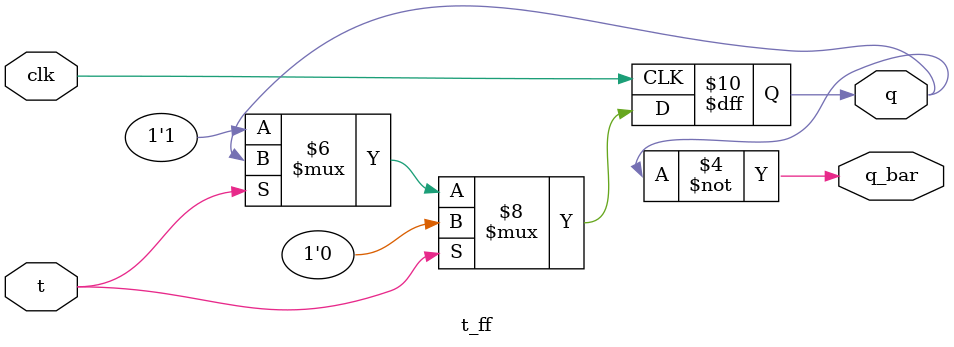
<source format=v>
`timescale 1ns / 1ps


module t_ff(
    input t,clk,
    output q,q_bar
    );
    reg q=0;
    always @(posedge clk)
    begin
    if(t==0)
    q<=1;
    if(t==1)
    q<=0;
    end
    assign q_bar=~q;
endmodule

</source>
